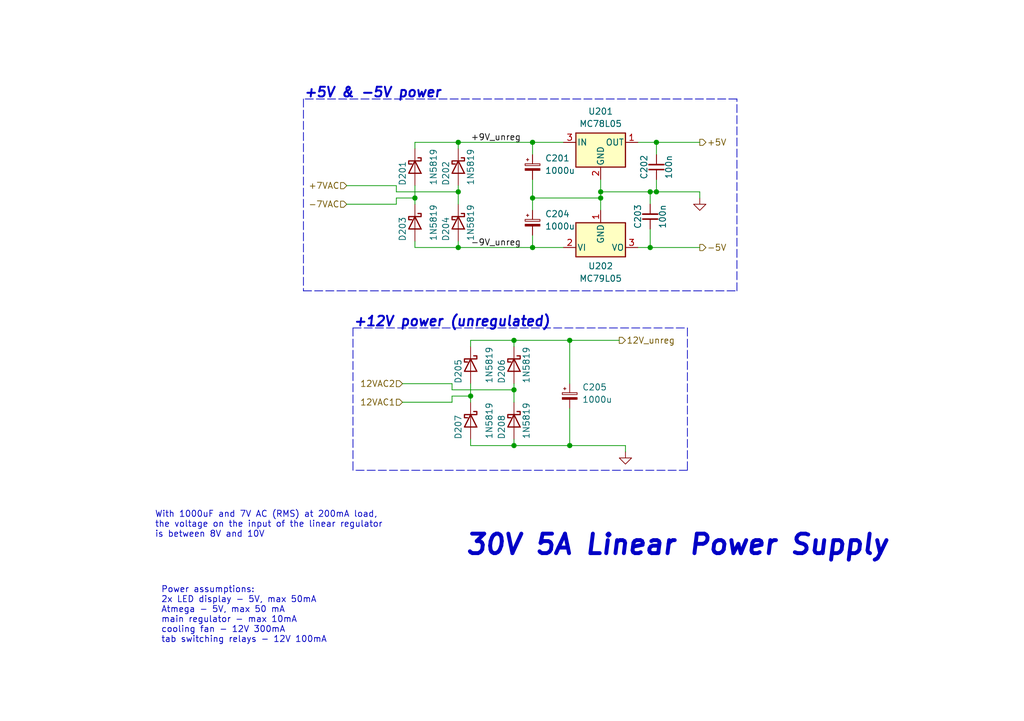
<source format=kicad_sch>
(kicad_sch (version 20211123) (generator eeschema)
  (paper "A5")
  (title_block (title "Power section") (date "2024-02-22") (rev "V1.0") (company "Dominik Workshop"))
  (lib_symbols
    (symbol "Device:C_Polarized_Small" (pin_numbers hide) (pin_names (offset 0.254) hide)
      (property "Reference" "C" (at 0.254 1.778 0))
      (property "Value" "C_Polarized_Small" (at 0.254 -2.032 0))
      (symbol "C_Polarized_Small_0_1"
        (rectangle (start -1.524 -0.3048) (end 1.524 -0.6858) (fill (type outline)))
        (rectangle (start -1.524 0.6858) (end 1.524 0.3048))
        (polyline (pts (xy -1.27 1.524) (xy -0.762 1.524)))
        (polyline (pts (xy -1.016 1.27) (xy -1.016 1.778)))
      )
      (symbol "C_Polarized_Small_1_1"
        (pin passive line (at 0 2.54 270) (length 1.8542) (name "~") (number "1"))
        (pin passive line (at 0 -2.54 90) (length 1.8542) (name "~") (number "2"))
      )
    )
    (symbol "Device:C_Small" (pin_numbers hide) (pin_names (offset 0.254) hide)
      (property "Reference" "C" (at 0.254 1.778 0))
      (property "Value" "C_Small" (at 0.254 -2.032 0))
      (symbol "C_Small_0_1"
        (polyline (pts (xy -1.524 -0.508) (xy 1.524 -0.508)) (stroke (width 0.3302)))
        (polyline (pts (xy -1.524 0.508) (xy 1.524 0.508)) (stroke (width 0.3048)))
      )
      (symbol "C_Small_1_1"
        (pin passive line (at 0 2.54 270) (length 2.032) (name "~") (number "1"))
        (pin passive line (at 0 -2.54 90) (length 2.032) (name "~") (number "2"))
      )
    )
    (symbol "Diode:1N5819" (pin_numbers hide) (pin_names (offset 1.016) hide)
      (property "Reference" "D" (at 0 2.54 0))
      (property "Value" "1N5819" (at 0 -2.54 0))
      (symbol "1N5819_0_1"
        (polyline (pts (xy 1.27 0) (xy -1.27 0)))
        (polyline (pts (xy 1.27 1.27) (xy 1.27 -1.27) (xy -1.27 0) (xy 1.27 1.27)) (stroke (width 0.254)))
        (polyline (pts (xy -1.905 0.635) (xy -1.905 1.27) (xy -1.27 1.27) (xy -1.27 -1.27) (xy -0.635 -1.27) (xy -0.635 -0.635)) (stroke (width 0.254)))
      )
      (symbol "1N5819_1_1"
        (pin passive line (at -3.81 0 0) (length 2.54) (name "K") (number "1"))
        (pin passive line (at 3.81 0 180) (length 2.54) (name "A") (number "2"))
      )
    )
    (symbol "Regulator_Linear:L78L05_SOT89" (pin_names (offset 0.254))
      (property "Reference" "U" (at -3.81 3.175 0))
      (property "Value" "L78L05_SOT89" (at -0.635 3.175 0))
      (symbol "L78L05_SOT89_0_1"
        (rectangle (start -5.08 1.905) (end 5.08 -5.08) (stroke (width 0.254)) (fill (type background)))
      )
      (symbol "L78L05_SOT89_1_1"
        (pin power_out line (at 7.62 0 180) (length 2.54) (name "OUT") (number "1"))
        (pin power_in line (at 0 -7.62 90) (length 2.54) (name "GND") (number "2"))
        (pin power_in line (at -7.62 0 0) (length 2.54) (name "IN") (number "3"))
      )
    )
    (symbol "Regulator_Linear:L79L05_SOT89" (pin_names (offset 0.254))
      (property "Reference" "U" (at -3.81 -3.175 0))
      (property "Value" "L79L05_SOT89" (at 0 -3.175 0))
      (symbol "L79L05_SOT89_0_1"
        (rectangle (start -5.08 5.08) (end 5.08 -1.905) (stroke (width 0.254)) (fill (type background)))
      )
      (symbol "L79L05_SOT89_1_1"
        (pin power_in line (at 0 7.62 270) (length 2.54) (name "GND") (number "1"))
        (pin power_in line (at -7.62 0 0) (length 2.54) (name "VI") (number "2"))
        (pin power_out line (at 7.62 0 180) (length 2.54) (name "VO") (number "3"))
      )
    )
    (symbol "power:GND" (power) (pin_names (offset 0))
      (property "Value" "GND" (at 0 -3.81 0))
      (symbol "GND_0_1"
        (polyline (pts (xy 0 0) (xy 0 -1.27) (xy 1.27 -1.27) (xy 0 -2.54) (xy -1.27 -1.27) (xy 0 -1.27)))
      )
      (symbol "GND_1_1"
        (pin power_in line (at 0 0 270) (length 0) hide (name "GND") (number "1"))
      )
    )
  )
  (junction (at 134.62 39.37))
  (junction (at 105.41 69.85))
  (junction (at 109.22 50.8))
  (junction (at 123.19 40.64))
  (junction (at 109.22 29.21))
  (junction (at 93.98 50.8))
  (junction (at 105.41 91.44))
  (junction (at 133.35 50.8))
  (junction (at 123.19 39.37))
  (junction (at 93.98 29.21))
  (junction (at 93.98 39.37))
  (junction (at 116.84 91.44))
  (junction (at 96.52 81.28))
  (junction (at 134.62 29.21))
  (junction (at 133.35 39.37))
  (junction (at 116.84 69.85))
  (junction (at 85.09 40.64))
  (junction (at 109.22 40.64))
  (junction (at 105.41 80.01))
  (wire (pts (xy 116.84 91.44) (xy 128.27 91.44)))
  (wire (pts (xy 143.51 40.64) (xy 143.51 39.37)))
  (wire (pts (xy 123.19 40.64) (xy 123.19 43.18)))
  (wire (pts (xy 109.22 50.8) (xy 93.98 50.8)))
  (wire (pts (xy 123.19 36.83) (xy 123.19 39.37)))
  (wire (pts (xy 81.28 39.37) (xy 81.28 38.1)))
  (wire (pts (xy 134.62 29.21) (xy 143.51 29.21)))
  (wire (pts (xy 96.52 81.28) (xy 96.52 82.55)))
  (wire (pts (xy 130.81 29.21) (xy 134.62 29.21)))
  (wire (pts (xy 85.09 40.64) (xy 85.09 41.91)))
  (wire (pts (xy 71.12 41.91) (xy 81.28 41.91)))
  (wire (pts (xy 85.09 49.53) (xy 85.09 50.8)))
  (wire (pts (xy 93.98 29.21) (xy 93.98 30.48)))
  (wire (pts (xy 105.41 80.01) (xy 105.41 82.55)))
  (wire (pts (xy 133.35 41.91) (xy 133.35 39.37)))
  (polyline (pts (xy 140.97 96.52) (xy 72.39 96.52)))
  (wire (pts (xy 116.84 69.85) (xy 127 69.85)))
  (wire (pts (xy 133.35 50.8) (xy 143.51 50.8)))
  (wire (pts (xy 116.84 83.82) (xy 116.84 91.44)))
  (wire (pts (xy 85.09 38.1) (xy 85.09 40.64)))
  (wire (pts (xy 105.41 69.85) (xy 105.41 71.12)))
  (polyline (pts (xy 151.13 59.69) (xy 151.13 20.32)))
  (wire (pts (xy 93.98 50.8) (xy 85.09 50.8)))
  (wire (pts (xy 105.41 69.85) (xy 116.84 69.85)))
  (polyline (pts (xy 72.39 67.31) (xy 72.39 96.52)))
  (wire (pts (xy 134.62 36.83) (xy 134.62 39.37)))
  (wire (pts (xy 109.22 36.83) (xy 109.22 40.64)))
  (wire (pts (xy 109.22 40.64) (xy 123.19 40.64)))
  (wire (pts (xy 105.41 91.44) (xy 116.84 91.44)))
  (polyline (pts (xy 62.23 20.32) (xy 62.23 59.69)))
  (wire (pts (xy 92.71 80.01) (xy 105.41 80.01)))
  (wire (pts (xy 134.62 39.37) (xy 143.51 39.37)))
  (wire (pts (xy 123.19 39.37) (xy 123.19 40.64)))
  (wire (pts (xy 93.98 39.37) (xy 93.98 41.91)))
  (wire (pts (xy 92.71 81.28) (xy 92.71 82.55)))
  (wire (pts (xy 82.55 82.55) (xy 92.71 82.55)))
  (wire (pts (xy 109.22 29.21) (xy 109.22 31.75)))
  (wire (pts (xy 93.98 29.21) (xy 109.22 29.21)))
  (wire (pts (xy 92.71 81.28) (xy 96.52 81.28)))
  (wire (pts (xy 96.52 78.74) (xy 96.52 81.28)))
  (polyline (pts (xy 72.39 67.31) (xy 140.97 67.31)))
  (wire (pts (xy 116.84 69.85) (xy 116.84 78.74)))
  (wire (pts (xy 105.41 91.44) (xy 96.52 91.44)))
  (wire (pts (xy 81.28 40.64) (xy 81.28 41.91)))
  (wire (pts (xy 93.98 38.1) (xy 93.98 39.37)))
  (wire (pts (xy 123.19 39.37) (xy 133.35 39.37)))
  (wire (pts (xy 105.41 78.74) (xy 105.41 80.01)))
  (wire (pts (xy 81.28 40.64) (xy 85.09 40.64)))
  (wire (pts (xy 92.71 80.01) (xy 92.71 78.74)))
  (wire (pts (xy 105.41 90.17) (xy 105.41 91.44)))
  (wire (pts (xy 128.27 92.71) (xy 128.27 91.44)))
  (wire (pts (xy 85.09 30.48) (xy 85.09 29.21)))
  (wire (pts (xy 115.57 50.8) (xy 109.22 50.8)))
  (polyline (pts (xy 140.97 67.31) (xy 140.97 96.52)))
  (wire (pts (xy 93.98 49.53) (xy 93.98 50.8)))
  (wire (pts (xy 81.28 39.37) (xy 93.98 39.37)))
  (wire (pts (xy 109.22 48.26) (xy 109.22 50.8)))
  (wire (pts (xy 109.22 29.21) (xy 115.57 29.21)))
  (polyline (pts (xy 62.23 59.69) (xy 151.13 59.69)))
  (wire (pts (xy 71.12 38.1) (xy 81.28 38.1)))
  (wire (pts (xy 134.62 29.21) (xy 134.62 31.75)))
  (wire (pts (xy 82.55 78.74) (xy 92.71 78.74)))
  (wire (pts (xy 133.35 46.99) (xy 133.35 50.8)))
  (wire (pts (xy 96.52 69.85) (xy 105.41 69.85)))
  (wire (pts (xy 133.35 39.37) (xy 134.62 39.37)))
  (polyline (pts (xy 151.13 20.32) (xy 62.23 20.32)))
  (wire (pts (xy 96.52 71.12) (xy 96.52 69.85)))
  (wire (pts (xy 109.22 40.64) (xy 109.22 43.18)))
  (wire (pts (xy 85.09 29.21) (xy 93.98 29.21)))
  (wire (pts (xy 130.81 50.8) (xy 133.35 50.8)))
  (wire (pts (xy 96.52 90.17) (xy 96.52 91.44)))
  (text "30V 5A Linear Power Supply" (at 95.25 114.3 0) (effects (font (size 4 4) (thickness 0.8) bold italic) (justify left bottom)))
  (text "Power assumptions:\n2x LED display - 5V, max 50mA\nAtmega - 5V, max 50 mA\nmain regulator - max 10mA\ncooling fan - 12V 300mA\ntab switching relays - 12V 100mA" (at 33.02 132.08 0) (effects (font (size 1.27 1.27)) (justify left bottom)))
  (text "+5V & -5V power" (at 62.23 20.32 0) (effects (font (size 2 2) (thickness 0.4) bold italic) (justify left bottom)))
  (text "+12V power (unregulated)" (at 72.39 67.31 0) (effects (font (size 2 2) (thickness 0.4) bold italic) (justify left bottom)))
  (text "With 1000uF and 7V AC (RMS) at 200mA load, \nthe voltage on the input of the linear regulator \nis between 8V and 10V " (at 31.75 110.49 0) (effects (font (size 1.27 1.27)) (justify left bottom)))
  (label "-9V_unreg" (at 96.52 50.8 0))
  (label "+9V_unreg" (at 96.52 29.21 0))
  (hierarchical_label "12V_unreg" (shape output) (at 127 69.85 0))
  (hierarchical_label "-7VAC" (shape input) (at 71.12 41.91 180))
  (hierarchical_label "-5V" (shape output) (at 143.51 50.8 0))
  (hierarchical_label "+5V" (shape output) (at 143.51 29.21 0))
  (hierarchical_label "12VAC2" (shape input) (at 82.55 78.74 180))
  (hierarchical_label "12VAC1" (shape input) (at 82.55 82.55 180))
  (hierarchical_label "+7VAC" (shape input) (at 71.12 38.1 180))
  (symbol (lib_id "power:GND") (at 143.51 40.64 0) (unit 1)
    (property "Reference" "#PWR0201" (effects hide))
    (property "Value" "GND" (effects hide))
  )
  (symbol (lib_id "Device:C_Polarized_Small") (at 109.22 34.29 0) (unit 1)
    (property "Reference" "C201" (at 111.76 32.4738 0) (effects (justify left)))
    (property "Value" "1000u" (at 111.76 35.0138 0) (effects (justify left)))
    (property "Footprint" "Capacitor_THT:CP_Radial_D8.0mm_P3.50mm" (effects hide))
  )
  (symbol (lib_id "Device:C_Polarized_Small") (at 116.84 81.28 0) (unit 1)
    (property "Reference" "C205" (at 119.38 79.4638 0) (effects (justify left)))
    (property "Value" "1000u" (at 119.38 82.0038 0) (effects (justify left)))
    (property "Footprint" "Capacitor_THT:CP_Radial_D8.0mm_P3.50mm" (effects hide))
  )
  (symbol (lib_id "Device:C_Small") (at 134.62 34.29 180) (unit 1)
    (property "Reference" "C202" (at 132.08 34.29 90))
    (property "Value" "100n" (at 137.16 34.29 90))
    (property "Footprint" "Capacitor_SMD:C_0603_1608Metric" (effects hide))
  )
  (symbol (lib_id "Diode:1N5819") (at 105.41 74.93 270) (unit 1)
    (property "Reference" "D206" (at 102.87 73.66 0) (effects (justify left)))
    (property "Value" "1N5819" (at 107.95 71.12 0) (effects (justify left)))
    (property "Footprint" "Diode_THT:D_DO-41_SOD81_P10.16mm_Horizontal" (effects hide))
    (property "Datasheet" "http://www.vishay.com/docs/88525/1n5817.pdf" (effects hide))
  )
  (symbol (lib_id "Regulator_Linear:L78L05_SOT89") (at 123.19 29.21 0) (unit 1)
    (property "Reference" "U201" (at 123.19 22.86 0))
    (property "Value" "MC78L05" (at 123.19 25.4 0))
    (property "Footprint" "Package_TO_SOT_SMD:SOT-89-3" (effects hide))
  )
  (symbol (lib_id "Diode:1N5819") (at 105.41 86.36 270) (unit 1)
    (property "Reference" "D208" (at 102.87 85.09 0) (effects (justify left)))
    (property "Value" "1N5819" (at 107.95 82.55 0) (effects (justify left)))
    (property "Footprint" "Diode_THT:D_DO-41_SOD81_P10.16mm_Horizontal" (effects hide))
    (property "Datasheet" "http://www.vishay.com/docs/88525/1n5817.pdf" (effects hide))
  )
  (symbol (lib_id "Diode:1N5819") (at 85.09 45.72 270) (unit 1)
    (property "Reference" "D203" (at 82.55 44.45 0) (effects (justify left)))
    (property "Value" "1N5819" (at 88.9 41.91 0) (effects (justify left)))
    (property "Footprint" "Diode_THT:D_DO-41_SOD81_P10.16mm_Horizontal" (effects hide))
    (property "Datasheet" "http://www.vishay.com/docs/88525/1n5817.pdf" (effects hide))
  )
  (symbol (lib_id "Diode:1N5819") (at 93.98 45.72 270) (unit 1)
    (property "Reference" "D204" (at 91.44 44.45 0) (effects (justify left)))
    (property "Value" "1N5819" (at 96.52 41.91 0) (effects (justify left)))
    (property "Footprint" "Diode_THT:D_DO-41_SOD81_P10.16mm_Horizontal" (effects hide))
    (property "Datasheet" "http://www.vishay.com/docs/88525/1n5817.pdf" (effects hide))
  )
  (symbol (lib_id "Diode:1N5819") (at 93.98 34.29 270) (unit 1)
    (property "Reference" "D202" (at 91.44 33.02 0) (effects (justify left)))
    (property "Value" "1N5819" (at 96.52 30.48 0) (effects (justify left)))
    (property "Footprint" "Diode_THT:D_DO-41_SOD81_P10.16mm_Horizontal" (effects hide))
    (property "Datasheet" "http://www.vishay.com/docs/88525/1n5817.pdf" (effects hide))
  )
  (symbol (lib_id "power:GND") (at 128.27 92.71 0) (unit 1)
    (property "Reference" "#PWR0202" (effects hide))
    (property "Value" "GND" (effects hide))
  )
  (symbol (lib_id "Device:C_Polarized_Small") (at 109.22 45.72 0) (unit 1)
    (property "Reference" "C204" (at 111.76 43.9038 0) (effects (justify left)))
    (property "Value" "1000u" (at 111.76 46.4438 0) (effects (justify left)))
    (property "Footprint" "Capacitor_THT:CP_Radial_D8.0mm_P3.50mm" (effects hide))
  )
  (symbol (lib_id "Device:C_Small") (at 133.35 44.45 180) (unit 1)
    (property "Reference" "C203" (at 130.81 44.45 90))
    (property "Value" "100n" (at 135.89 44.45 90))
    (property "Footprint" "Capacitor_SMD:C_0603_1608Metric" (effects hide))
  )
  (symbol (lib_id "Diode:1N5819") (at 96.52 74.93 270) (unit 1)
    (property "Reference" "D205" (at 93.98 73.66 0) (effects (justify left)))
    (property "Value" "1N5819" (at 100.33 71.12 0) (effects (justify left)))
    (property "Footprint" "Diode_THT:D_DO-41_SOD81_P10.16mm_Horizontal" (effects hide))
    (property "Datasheet" "http://www.vishay.com/docs/88525/1n5817.pdf" (effects hide))
  )
  (symbol (lib_id "Regulator_Linear:L79L05_SOT89") (at 123.19 50.8 0) (unit 1)
    (property "Reference" "U202" (at 123.19 54.61 0))
    (property "Value" "MC79L05" (at 123.19 57.15 0))
    (property "Footprint" "Package_TO_SOT_SMD:SOT-89-3" (effects hide))
    (property "Datasheet" "https://www.tme.eu/Document/5d1c22241542323f20fb4272bdd74efd/MC79L05F.pdf" (effects hide))
  )
  (symbol (lib_id "Diode:1N5819") (at 85.09 34.29 270) (unit 1)
    (property "Reference" "D201" (at 82.55 33.02 0) (effects (justify left)))
    (property "Value" "1N5819" (at 88.9 30.48 0) (effects (justify left)))
    (property "Footprint" "Diode_THT:D_DO-41_SOD81_P10.16mm_Horizontal" (effects hide))
    (property "Datasheet" "http://www.vishay.com/docs/88525/1n5817.pdf" (effects hide))
  )
  (symbol (lib_id "Diode:1N5819") (at 96.52 86.36 270) (unit 1)
    (property "Reference" "D207" (at 93.98 85.09 0) (effects (justify left)))
    (property "Value" "1N5819" (at 100.33 82.55 0) (effects (justify left)))
    (property "Footprint" "Diode_THT:D_DO-41_SOD81_P10.16mm_Horizontal" (effects hide))
    (property "Datasheet" "http://www.vishay.com/docs/88525/1n5817.pdf" (effects hide))
  )
)
</source>
